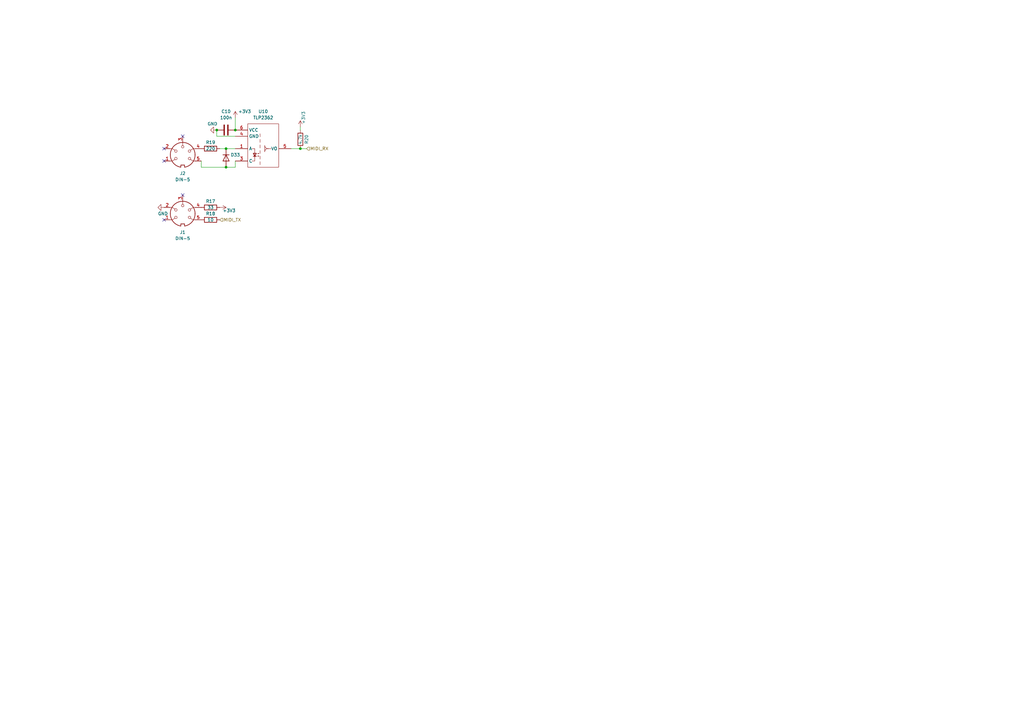
<source format=kicad_sch>
(kicad_sch (version 20211123) (generator eeschema)
  (paper "A3")
  (lib_symbols
    (symbol "Connector:DIN-5" (pin_names (offset 1.016))
      (property "Reference" "J2" (at 0.0001 -7.62 0))
      (property "Value" "DIN-5" (at 0.0001 -10.16 0))
      (symbol "DIN-5_0_1"
        (arc (start -5.08 0) (mid -3.8609 -3.3364) (end -0.762 -5.08) (stroke (width 0.254)))
        (circle (center -2.794 -1.524) (radius 0.508))
        (circle (center -2.794 1.524) (radius 0.508))
        (polyline (pts (xy 0 5.08) (xy 0 3.81)))
        (polyline (pts (xy -5.08 -2.54) (xy -4.318 -2.54) (xy -3.175 -1.905)))
        (polyline (pts (xy -5.08 2.54) (xy -4.318 2.54) (xy -3.175 1.905)))
        (polyline (pts (xy 5.08 -2.54) (xy 4.318 -2.54) (xy 3.175 -1.905)))
        (polyline (pts (xy 5.08 2.54) (xy 4.318 2.54) (xy 3.175 1.905)))
        (polyline (pts (xy -0.762 -4.953) (xy -0.762 -4.191) (xy 0.762 -4.191) (xy 0.762 -4.953)) (stroke (width 0.254)))
        (circle (center 0 3.302) (radius 0.508))
        (arc (start 0.762 -5.08) (mid 3.8685 -3.343) (end 5.08 0) (stroke (width 0.254)))
        (circle (center 2.794 -1.524) (radius 0.508))
        (circle (center 2.794 1.524) (radius 0.508))
        (arc (start 5.08 0) (mid 0 5.08) (end -5.08 0) (stroke (width 0.254)))
      )
      (symbol "DIN-5_1_1"
        (pin passive line (at -7.62 -2.54 0) (length 2.54) (name "~") (number "1"))
        (pin passive line (at -7.62 2.54 0) (length 2.54) (name "~") (number "2"))
        (pin passive line (at 0 7.62 270) (length 2.54) (name "~") (number "3"))
        (pin passive line (at 7.62 2.54 180) (length 2.54) (name "~") (number "4"))
        (pin passive line (at 7.62 -2.54 180) (length 2.54) (name "~") (number "5"))
        (pin no_connect line (at 12.7 15.24 180) (length 2.54) hide (name "") (number "6"))
        (pin no_connect line (at 12.7 12.7 180) (length 2.54) hide (name "") (number "7"))
        (pin no_connect line (at 12.7 10.16 180) (length 2.54) hide (name "") (number "8"))
        (pin no_connect line (at 12.7 7.62 180) (length 2.54) hide (name "") (number "9"))
      )
    )
    (symbol "DIN-5_1" (pin_names (offset 1.016))
      (property "Reference" "J1" (at 0.0001 -7.62 0))
      (property "Value" "DIN-5" (at 0.0001 -10.16 0))
      (symbol "DIN-5_1_0_1"
        (arc (start -5.08 0) (mid -3.8609 -3.3364) (end -0.762 -5.08) (stroke (width 0.254)))
        (circle (center -2.794 -1.524) (radius 0.508))
        (circle (center -2.794 1.524) (radius 0.508))
        (polyline (pts (xy 0 5.08) (xy 0 3.81)))
        (polyline (pts (xy -5.08 -2.54) (xy -4.318 -2.54) (xy -3.175 -1.905)))
        (polyline (pts (xy -5.08 2.54) (xy -4.318 2.54) (xy -3.175 1.905)))
        (polyline (pts (xy 5.08 -2.54) (xy 4.318 -2.54) (xy 3.175 -1.905)))
        (polyline (pts (xy 5.08 2.54) (xy 4.318 2.54) (xy 3.175 1.905)))
        (polyline (pts (xy -0.762 -4.953) (xy -0.762 -4.191) (xy 0.762 -4.191) (xy 0.762 -4.953)) (stroke (width 0.254)))
        (circle (center 0 3.302) (radius 0.508))
        (arc (start 0.762 -5.08) (mid 3.8685 -3.343) (end 5.08 0) (stroke (width 0.254)))
        (circle (center 2.794 -1.524) (radius 0.508))
        (circle (center 2.794 1.524) (radius 0.508))
        (arc (start 5.08 0) (mid 0 5.08) (end -5.08 0) (stroke (width 0.254)))
      )
      (symbol "DIN-5_1_1_1"
        (pin passive line (at -7.62 -2.54 0) (length 2.54) (name "~") (number "1"))
        (pin passive line (at -7.62 2.54 0) (length 2.54) (name "~") (number "2"))
        (pin passive line (at 0 7.62 270) (length 2.54) (name "~") (number "3"))
        (pin passive line (at 7.62 2.54 180) (length 2.54) (name "~") (number "4"))
        (pin passive line (at 7.62 -2.54 180) (length 2.54) (name "~") (number "5"))
        (pin no_connect line (at 10.16 20.32 180) (length 2.54) hide (name "") (number "6"))
        (pin no_connect line (at 10.16 17.78 180) (length 2.54) hide (name "") (number "7"))
        (pin no_connect line (at 10.16 15.24 180) (length 2.54) hide (name "") (number "8"))
        (pin no_connect line (at 10.16 12.7 180) (length 2.54) hide (name "") (number "9"))
      )
    )
    (symbol "Device:C" (pin_numbers hide) (pin_names (offset 0.254))
      (property "Reference" "C" (at 0.635 2.54 0))
      (property "Value" "C" (at 0.635 -2.54 0))
      (symbol "C_0_1"
        (polyline (pts (xy -2.032 -0.762) (xy 2.032 -0.762)) (stroke (width 0.508)))
        (polyline (pts (xy -2.032 0.762) (xy 2.032 0.762)) (stroke (width 0.508)))
      )
      (symbol "C_1_1"
        (pin passive line (at 0 3.81 270) (length 2.794) (name "~") (number "1"))
        (pin passive line (at 0 -3.81 90) (length 2.794) (name "~") (number "2"))
      )
    )
    (symbol "Device:R" (pin_numbers hide) (pin_names (offset 0))
      (property "Reference" "R" (at 2.032 0 90))
      (property "Value" "R" (at 0 0 90))
      (symbol "R_0_1"
        (rectangle (start -1.016 -2.54) (end 1.016 2.54) (stroke (width 0.254)))
      )
      (symbol "R_1_1"
        (pin passive line (at 0 3.81 270) (length 1.27) (name "~") (number "1"))
        (pin passive line (at 0 -3.81 90) (length 1.27) (name "~") (number "2"))
      )
    )
    (symbol "Diode:1N4148WT" (pin_numbers hide) (pin_names (offset 1.016) hide)
      (property "Reference" "D" (at 0 2.54 0))
      (property "Value" "1N4148WT" (at 0 -2.54 0))
      (symbol "1N4148WT_0_1"
        (polyline (pts (xy -1.27 1.27) (xy -1.27 -1.27)) (stroke (width 0.254)))
        (polyline (pts (xy 1.27 0) (xy -1.27 0)))
        (polyline (pts (xy 1.27 1.27) (xy 1.27 -1.27) (xy -1.27 0) (xy 1.27 1.27)) (stroke (width 0.254)))
      )
      (symbol "1N4148WT_1_1"
        (pin passive line (at -3.81 0 0) (length 2.54) (name "K") (number "1"))
        (pin passive line (at 3.81 0 180) (length 2.54) (name "A") (number "2"))
      )
    )
    (symbol "Igor:TLP2362"
      (property "Reference" "U?" (at 6.35 21.59 0))
      (property "Value" "TLP2362" (at 6.35 19.05 0))
      (symbol "TLP2362_0_1"
        (polyline (pts (xy 6.985 8.89) (xy 6.985 6.35)))
        (polyline (pts (xy 9.652 7.62) (xy 8.7376 7.62)))
        (polyline (pts (xy 1.7526 2.54) (xy 2.8956 2.54) (xy 2.8956 7.62) (xy 1.7526 7.62)))
        (arc (start 6.985 8.89) (mid 6.087 6.722) (end 8.255 7.62))
        (arc (start 8.255 7.62) (mid 6.087 8.518) (end 6.985 6.35))
        (circle (center 8.509 7.62) (radius 0.1796) (stroke (width 0.05)))
      )
      (symbol "TLP2362_1_1"
        (polyline (pts (xy 2.2606 4.445) (xy 3.5306 4.445)) (stroke (width 0.254)))
        (polyline (pts (xy 5.0546 2.286) (xy 5.0546 1.016)))
        (polyline (pts (xy 5.0546 4.572) (xy 5.0546 3.302)))
        (polyline (pts (xy 5.0546 6.858) (xy 5.0546 5.588)))
        (polyline (pts (xy 5.0546 9.144) (xy 5.0546 7.874)))
        (polyline (pts (xy 5.0546 11.43) (xy 5.0546 10.16)))
        (polyline (pts (xy 5.0546 13.716) (xy 5.0546 12.446)))
        (polyline (pts (xy 2.8956 4.445) (xy 2.2606 5.715) (xy 3.5306 5.715) (xy 2.8956 4.445)) (stroke (width 0.254)))
        (polyline (pts (xy 3.9116 4.572) (xy 4.6736 4.572) (xy 4.2926 4.445) (xy 4.2926 4.699) (xy 4.6736 4.572)) (stroke (width 0.127)))
        (polyline (pts (xy 3.9116 5.588) (xy 4.6736 5.588) (xy 4.2926 5.461) (xy 4.2926 5.715) (xy 4.6736 5.588)) (stroke (width 0.127)))
        (rectangle (start 0 17.78) (end 12.7 0))
        (pin passive line (at -5.08 7.62 0) (length 5.08) (name "A") (number "1"))
        (pin passive line (at -5.08 2.54 0) (length 5.08) (name "C") (number "3"))
        (pin power_in line (at -5.08 12.7 0) (length 5.08) (name "GND") (number "4"))
        (pin open_collector line (at 17.78 7.62 180) (length 5.08) (name "VO") (number "5"))
        (pin power_in line (at -5.08 15.24 0) (length 5.08) (name "VCC") (number "6"))
      )
    )
    (symbol "power:+3.3V" (power) (pin_names (offset 0))
      (property "Value" "+3.3V" (at 0 3.556 0))
      (symbol "+3.3V_0_1"
        (polyline (pts (xy -0.762 1.27) (xy 0 2.54)))
        (polyline (pts (xy 0 0) (xy 0 2.54)))
        (polyline (pts (xy 0 2.54) (xy 0.762 1.27)))
      )
      (symbol "+3.3V_1_1"
        (pin power_in line (at 0 0 90) (length 0) hide (name "+3V3") (number "1"))
      )
    )
    (symbol "power:GND" (power) (pin_names (offset 0))
      (property "Value" "GND" (at 0 -3.81 0))
      (symbol "GND_0_1"
        (polyline (pts (xy 0 0) (xy 0 -1.27) (xy 1.27 -1.27) (xy 0 -2.54) (xy -1.27 -1.27) (xy 0 -1.27)))
      )
      (symbol "GND_1_1"
        (pin power_in line (at 0 0 270) (length 0) hide (name "GND") (number "1"))
      )
    )
  )
  (junction (at 92.71 68.58))
  (junction (at 96.52 53.34))
  (junction (at 92.71 60.96))
  (junction (at 123.19 60.96))
  (junction (at 88.9 53.34))
  (no_connect (at 74.93 55.88))
  (no_connect (at 74.93 80.01))
  (no_connect (at 67.31 90.17))
  (no_connect (at 67.31 66.04))
  (no_connect (at 67.31 60.96))
  (wire (pts (xy 96.52 55.88) (xy 88.9 55.88)))
  (wire (pts (xy 92.71 68.58) (xy 96.52 68.58)))
  (wire (pts (xy 123.19 60.96) (xy 125.73 60.96)))
  (wire (pts (xy 119.38 60.96) (xy 123.19 60.96)))
  (wire (pts (xy 82.55 68.58) (xy 82.55 66.04)))
  (wire (pts (xy 90.17 60.96) (xy 92.71 60.96)))
  (wire (pts (xy 88.9 55.88) (xy 88.9 53.34)))
  (wire (pts (xy 96.52 48.26) (xy 96.52 53.34)))
  (wire (pts (xy 92.71 60.96) (xy 96.52 60.96)))
  (wire (pts (xy 96.52 68.58) (xy 96.52 66.04)))
  (wire (pts (xy 123.19 52.07) (xy 123.19 53.34)))
  (wire (pts (xy 82.55 68.58) (xy 92.71 68.58)))
  (hierarchical_label "MIDI_RX" (shape input) (at 125.73 60.96 0))
  (hierarchical_label "MIDI_TX" (shape input) (at 90.17 90.17 0))
  (symbol (lib_id "Device:R") (at 123.19 57.15 0) (unit 1)
    (property "Reference" "R20" (at 125.73 57.15 90))
    (property "Value" "4.7k" (at 123.19 57.15 90))
    (property "Footprint" "Resistor_SMD:R_0402_1005Metric" (effects hide))
    (property "LCSC" "C25900" (effects hide))
  )
  (symbol (lib_id "power:GND") (at 88.9 53.34 270) (unit 1)
    (property "Reference" "#PWR0145" (effects hide))
    (property "Value" "GND" (at 85.09 50.8 90) (effects (justify left)))
  )
  (symbol (lib_id "power:+3.3V") (at 96.52 48.26 0) (mirror y) (unit 1)
    (property "Reference" "#PWR0144" (effects hide))
    (property "Value" "+3.3V" (at 100.33 45.72 0))
  )
  (symbol (lib_id "Device:C") (at 92.71 53.34 90) (unit 1)
    (property "Reference" "C10" (at 92.71 45.72 90))
    (property "Value" "100n" (at 92.71 48.26 90))
    (property "Footprint" "Capacitor_SMD:C_0402_1005Metric" (effects hide))
    (property "LCSC" "C1525" (effects hide))
  )
  (symbol (lib_id "Device:R") (at 86.36 60.96 90) (unit 1)
    (property "Reference" "R19" (at 86.36 58.42 90))
    (property "Value" "220" (at 86.36 60.96 90))
    (property "Footprint" "Resistor_SMD:R_0402_1005Metric" (effects hide))
    (property "LCSC" "C25091" (effects hide))
  )
  (symbol (lib_id "power:+3.3V") (at 123.19 52.07 0) (unit 1)
    (property "Reference" "#PWR0148" (effects hide))
    (property "Value" "+3.3V" (at 124.46 48.26 90))
  )
  (symbol (lib_name "DIN-5_1") (lib_id "Connector:DIN-5") (at 74.93 87.63 0) (unit 1)
    (property "Reference" "J1" (at 74.9301 95.25 0))
    (property "Value" "DIN-5" (at 74.9301 97.79 0))
    (property "Footprint" "igor_footprint_lib:DIN5" (effects hide))
    (property "Datasheet" "http://www.mouser.com/ds/2/18/40_c091_abd_e-75918.pdf" (effects hide))
  )
  (symbol (lib_id "power:GND") (at 67.31 85.09 270) (mirror x) (unit 1)
    (property "Reference" "#PWR0143" (effects hide))
    (property "Value" "GND" (at 64.77 87.63 90) (effects (justify left)))
  )
  (symbol (lib_id "Igor:TLP2362") (at 101.6 68.58 0) (unit 1)
    (property "Reference" "U10" (at 107.95 45.72 0))
    (property "Value" "TLP2362" (at 107.95 48.26 0))
    (property "Footprint" "Package_SO:SO-5_4.4x3.6mm_P1.27mm" (effects hide))
    (property "LCSC" "C37658" (effects hide))
  )
  (symbol (lib_id "Connector:DIN-5") (at 74.93 63.5 0) (unit 1)
    (property "Reference" "J2" (at 74.9301 71.12 0))
    (property "Value" "DIN-5" (at 74.9301 73.66 0))
    (property "Footprint" "igor_footprint_lib:DIN5" (effects hide))
    (property "Datasheet" "http://www.mouser.com/ds/2/18/40_c091_abd_e-75918.pdf" (effects hide))
  )
  (symbol (lib_id "power:+3.3V") (at 90.17 85.09 270) (unit 1)
    (property "Reference" "#PWR0142" (effects hide))
    (property "Value" "+3.3V" (at 93.98 86.36 90))
  )
  (symbol (lib_id "Device:R") (at 86.36 85.09 90) (unit 1)
    (property "Reference" "R17" (at 86.36 82.55 90))
    (property "Value" "33" (at 86.36 85.09 90))
    (property "Footprint" "Resistor_SMD:R_0402_1005Metric" (effects hide))
    (property "LCSC" "C25105" (effects hide))
  )
  (symbol (lib_id "Diode:1N4148WT") (at 92.71 64.77 270) (unit 1)
    (property "Reference" "D33" (at 96.52 63.5 90))
    (property "Value" "1N4148WT" (effects hide))
    (property "Footprint" "Diode_SMD:D_SOD-523" (effects hide))
    (property "Datasheet" "https://www.diodes.com/assets/Datasheets/ds30396.pdf" (effects hide))
    (property "LCSC" "C232841" (effects hide))
  )
  (symbol (lib_id "Device:R") (at 86.36 90.17 90) (unit 1)
    (property "Reference" "R18" (at 86.36 87.63 90))
    (property "Value" "10" (at 86.36 90.17 90))
    (property "Footprint" "Resistor_SMD:R_0402_1005Metric" (effects hide))
    (property "LCSC" "C25077" (effects hide))
  )
)
</source>
